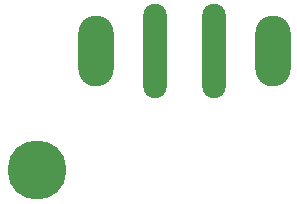
<source format=gtl>
%MOMM*%
%FSLAX46Y46*%
%IPPOS*%

%AMMACPO*
0 portrate_obround*
$4=($2)-($1)*
$5=($2)/(2)*
$6=($1)/(2)*
$7=($5)-($6)*
$8=($6)-($5)*
0 Center Line, Exposure, Width, Height, Center X, Center Y, Rotation*
21,1,$1,$4,0,0,0*
0 Circle, Exposure, Diameter, Center X, Center Y, Rotation*
1,1,$1,0,$7,0*
0 Circle, Exposure, Diameter, Center X, Center Y, Rotation*
1,1,$1,0,$8,0*
0 Circle, Exposure, Diameter, Center X, Center Y, Rotation*
1,0,$3,0,0,0*
%

%ADD33MACPO,2X8*%

%ADD10MACPO,2X8*%
%ADD11MACPO,3X6*%

%ADD90O,2X8*%
%ADD91O,3X6*%

%ADD12C,5X0*%

D10*
X00000000Y00000000D03*
D11*
X-5000000Y00000000D03*

D90*
X5000000Y0000000D03*
D91*
X10000000Y0000000D03*

D12*
X-10000000Y-10000000D03*

M02*

</source>
